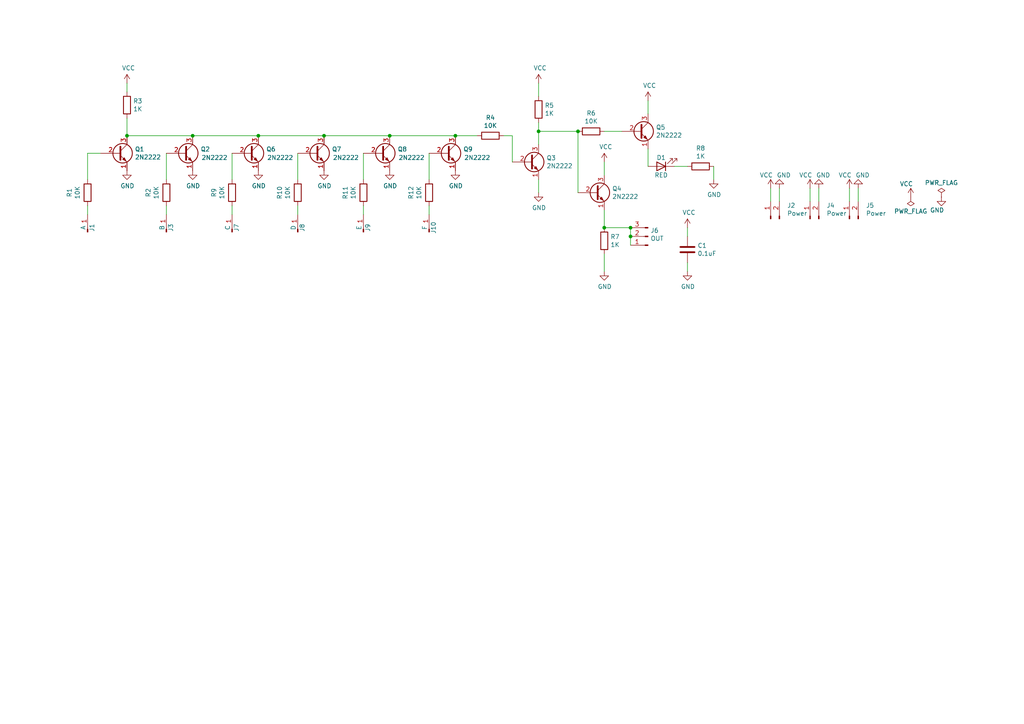
<source format=kicad_sch>
(kicad_sch (version 20230121) (generator eeschema)
  (paper "A4")
  (title_block (title "6-Input OR Gate") (date "2024-02-07") (rev "1"))
  (lib_symbols
    (symbol "2n2222:2N2222" (pin_names (offset 0) hide)
      (property "Reference" "Q" (at 5.08 1.905 0))
      (property "Value" "2N2222" (at 5.08 0 0))
      (symbol "2N2222_0_1"
        (polyline (pts (xy 0.635 0.635) (xy 2.54 2.54)))
        (polyline (pts (xy 0.635 -0.635) (xy 2.54 -2.54) (xy 2.54 -2.54)))
        (polyline (pts (xy 0.635 1.905) (xy 0.635 -1.905) (xy 0.635 -1.905)) (stroke (width 0.508)))
        (polyline (pts (xy 1.27 -1.778) (xy 1.778 -1.27) (xy 2.286 -2.286) (xy 1.27 -1.778) (xy 1.27 -1.778)) (fill (type outline)))
        (circle (center 1.27 0) (radius 2.8194) (stroke (width 0.254)))
      )
      (symbol "2N2222_1_1"
        (pin passive line (at 2.54 -5.08 90) (length 2.54) (name "E") (number "1"))
        (pin passive line (at -5.08 0 0) (length 5.715) (name "B") (number "2"))
        (pin passive line (at 2.54 5.08 270) (length 2.54) (name "C") (number "3"))
      )
    )
    (symbol "Connector:Conn_01x01_Pin" (pin_names (offset 1.016) hide)
      (property "Reference" "J" (at 0 2.54 0))
      (property "Value" "Conn_01x01_Pin" (at 0 -2.54 0))
      (symbol "Conn_01x01_Pin_1_1"
        (polyline (pts (xy 1.27 0) (xy 0.8636 0)) (stroke (width 0.1524)))
        (rectangle (start 0.8636 0.127) (end 0 -0.127) (stroke (width 0.1524)) (fill (type outline)))
        (pin passive line (at 5.08 0 180) (length 3.81) (name "Pin_1") (number "1"))
      )
    )
    (symbol "Connector:Conn_01x02_Pin" (pin_names (offset 1.016) hide)
      (property "Reference" "J" (at 0 2.54 0))
      (property "Value" "Conn_01x02_Pin" (at 0 -5.08 0))
      (symbol "Conn_01x02_Pin_1_1"
        (polyline (pts (xy 1.27 -2.54) (xy 0.8636 -2.54)) (stroke (width 0.1524)))
        (polyline (pts (xy 1.27 0) (xy 0.8636 0)) (stroke (width 0.1524)))
        (rectangle (start 0.8636 -2.413) (end 0 -2.667) (stroke (width 0.1524)) (fill (type outline)))
        (rectangle (start 0.8636 0.127) (end 0 -0.127) (stroke (width 0.1524)) (fill (type outline)))
        (pin passive line (at 5.08 0 180) (length 3.81) (name "Pin_1") (number "1"))
        (pin passive line (at 5.08 -2.54 180) (length 3.81) (name "Pin_2") (number "2"))
      )
    )
    (symbol "Connector:Conn_01x03_Pin" (pin_names (offset 1.016) hide)
      (property "Reference" "J" (at 0 5.08 0))
      (property "Value" "Conn_01x03_Pin" (at 0 -5.08 0))
      (symbol "Conn_01x03_Pin_1_1"
        (polyline (pts (xy 1.27 -2.54) (xy 0.8636 -2.54)) (stroke (width 0.1524)))
        (polyline (pts (xy 1.27 0) (xy 0.8636 0)) (stroke (width 0.1524)))
        (polyline (pts (xy 1.27 2.54) (xy 0.8636 2.54)) (stroke (width 0.1524)))
        (rectangle (start 0.8636 -2.413) (end 0 -2.667) (stroke (width 0.1524)) (fill (type outline)))
        (rectangle (start 0.8636 0.127) (end 0 -0.127) (stroke (width 0.1524)) (fill (type outline)))
        (rectangle (start 0.8636 2.667) (end 0 2.413) (stroke (width 0.1524)) (fill (type outline)))
        (pin passive line (at 5.08 2.54 180) (length 3.81) (name "Pin_1") (number "1"))
        (pin passive line (at 5.08 0 180) (length 3.81) (name "Pin_2") (number "2"))
        (pin passive line (at 5.08 -2.54 180) (length 3.81) (name "Pin_3") (number "3"))
      )
    )
    (symbol "Device:C" (pin_numbers hide) (pin_names (offset 0.254))
      (property "Reference" "C" (at 0.635 2.54 0))
      (property "Value" "C" (at 0.635 -2.54 0))
      (symbol "C_0_1"
        (polyline (pts (xy -2.032 -0.762) (xy 2.032 -0.762)) (stroke (width 0.508)))
        (polyline (pts (xy -2.032 0.762) (xy 2.032 0.762)) (stroke (width 0.508)))
      )
      (symbol "C_1_1"
        (pin passive line (at 0 3.81 270) (length 2.794) (name "~") (number "1"))
        (pin passive line (at 0 -3.81 90) (length 2.794) (name "~") (number "2"))
      )
    )
    (symbol "Device:LED" (pin_numbers hide) (pin_names (offset 1.016) hide)
      (property "Reference" "D" (at 0 2.54 0))
      (property "Value" "LED" (at 0 -2.54 0))
      (symbol "LED_0_1"
        (polyline (pts (xy -1.27 -1.27) (xy -1.27 1.27)) (stroke (width 0.254)))
        (polyline (pts (xy -1.27 0) (xy 1.27 0)))
        (polyline (pts (xy 1.27 -1.27) (xy 1.27 1.27) (xy -1.27 0) (xy 1.27 -1.27)) (stroke (width 0.254)))
        (polyline (pts (xy -3.048 -0.762) (xy -4.572 -2.286) (xy -3.81 -2.286) (xy -4.572 -2.286) (xy -4.572 -1.524)))
        (polyline (pts (xy -1.778 -0.762) (xy -3.302 -2.286) (xy -2.54 -2.286) (xy -3.302 -2.286) (xy -3.302 -1.524)))
      )
      (symbol "LED_1_1"
        (pin passive line (at -3.81 0 0) (length 2.54) (name "K") (number "1"))
        (pin passive line (at 3.81 0 180) (length 2.54) (name "A") (number "2"))
      )
    )
    (symbol "Device:R" (pin_numbers hide) (pin_names (offset 0))
      (property "Reference" "R" (at 2.032 0 90))
      (property "Value" "R" (at 0 0 90))
      (symbol "R_0_1"
        (rectangle (start -1.016 -2.54) (end 1.016 2.54) (stroke (width 0.254)))
      )
      (symbol "R_1_1"
        (pin passive line (at 0 3.81 270) (length 1.27) (name "~") (number "1"))
        (pin passive line (at 0 -3.81 90) (length 1.27) (name "~") (number "2"))
      )
    )
    (symbol "power:GND" (power) (pin_names (offset 0))
      (property "Value" "GND" (at 0 -3.81 0))
      (symbol "GND_0_1"
        (polyline (pts (xy 0 0) (xy 0 -1.27) (xy 1.27 -1.27) (xy 0 -2.54) (xy -1.27 -1.27) (xy 0 -1.27)))
      )
      (symbol "GND_1_1"
        (pin power_in line (at 0 0 270) (length 0) hide (name "GND") (number "1"))
      )
    )
    (symbol "power:PWR_FLAG" (power) (pin_numbers hide) (pin_names (offset 0) hide)
      (property "Value" "PWR_FLAG" (at 0 3.81 0))
      (symbol "PWR_FLAG_0_0"
        (pin power_out line (at 0 0 90) (length 0) (name "pwr") (number "1"))
      )
      (symbol "PWR_FLAG_0_1"
        (polyline (pts (xy 0 0) (xy 0 1.27) (xy -1.016 1.905) (xy 0 2.54) (xy 1.016 1.905) (xy 0 1.27)))
      )
    )
    (symbol "power:VCC" (power) (pin_names (offset 0))
      (property "Value" "VCC" (at 0 3.81 0))
      (symbol "VCC_0_1"
        (polyline (pts (xy -0.762 1.27) (xy 0 2.54)))
        (polyline (pts (xy 0 0) (xy 0 2.54)))
        (polyline (pts (xy 0 2.54) (xy 0.762 1.27)))
      )
      (symbol "VCC_1_1"
        (pin power_in line (at 0 0 90) (length 0) hide (name "VCC") (number "1"))
      )
    )
  )
  (junction (at 132.08 39.37))
  (junction (at 55.88 39.37))
  (junction (at 113.03 39.37))
  (junction (at 175.26 66.04))
  (junction (at 74.93 39.37))
  (junction (at 182.88 68.58))
  (junction (at 182.88 66.04))
  (junction (at 93.98 39.37))
  (junction (at 36.83 39.37))
  (junction (at 167.64 38.1))
  (junction (at 156.21 38.1))
  (wire (pts (xy 226.06 58.42) (xy 226.06 54.61)))
  (wire (pts (xy 146.05 39.37) (xy 148.59 39.37)))
  (wire (pts (xy 48.26 62.23) (xy 48.26 59.69)))
  (wire (pts (xy 124.46 62.23) (xy 124.46 59.69)))
  (wire (pts (xy 132.08 39.37) (xy 138.43 39.37)))
  (wire (pts (xy 175.26 50.8) (xy 175.26 46.99)))
  (wire (pts (xy 67.31 62.23) (xy 67.31 59.69)))
  (wire (pts (xy 187.96 33.02) (xy 187.96 29.21)))
  (wire (pts (xy 48.26 52.07) (xy 48.26 44.45)))
  (wire (pts (xy 148.59 39.37) (xy 148.59 46.99)))
  (wire (pts (xy 246.38 54.61) (xy 246.38 58.42)))
  (wire (pts (xy 199.39 76.2) (xy 199.39 78.74)))
  (wire (pts (xy 36.83 24.13) (xy 36.83 26.67)))
  (wire (pts (xy 93.98 39.37) (xy 113.03 39.37)))
  (wire (pts (xy 195.58 48.26) (xy 199.39 48.26)))
  (wire (pts (xy 187.96 43.18) (xy 187.96 48.26)))
  (wire (pts (xy 113.03 39.37) (xy 132.08 39.37)))
  (wire (pts (xy 74.93 39.37) (xy 93.98 39.37)))
  (wire (pts (xy 25.4 44.45) (xy 29.21 44.45)))
  (wire (pts (xy 36.83 34.29) (xy 36.83 39.37)))
  (wire (pts (xy 156.21 55.88) (xy 156.21 52.07)))
  (wire (pts (xy 223.52 58.42) (xy 223.52 54.61)))
  (wire (pts (xy 156.21 27.94) (xy 156.21 24.13)))
  (wire (pts (xy 175.26 38.1) (xy 180.34 38.1)))
  (wire (pts (xy 237.49 58.42) (xy 237.49 54.61)))
  (wire (pts (xy 67.31 52.07) (xy 67.31 44.45)))
  (wire (pts (xy 167.64 38.1) (xy 167.64 55.88)))
  (wire (pts (xy 167.64 38.1) (xy 156.21 38.1)))
  (wire (pts (xy 124.46 52.07) (xy 124.46 44.45)))
  (wire (pts (xy 182.88 66.04) (xy 182.88 68.58)))
  (wire (pts (xy 25.4 62.23) (xy 25.4 59.69)))
  (wire (pts (xy 105.41 52.07) (xy 105.41 44.45)))
  (wire (pts (xy 175.26 66.04) (xy 175.26 60.96)))
  (wire (pts (xy 36.83 39.37) (xy 55.88 39.37)))
  (wire (pts (xy 248.92 58.42) (xy 248.92 54.61)))
  (wire (pts (xy 234.95 54.61) (xy 234.95 58.42)))
  (wire (pts (xy 156.21 38.1) (xy 156.21 35.56)))
  (wire (pts (xy 55.88 39.37) (xy 74.93 39.37)))
  (wire (pts (xy 86.36 62.23) (xy 86.36 59.69)))
  (wire (pts (xy 86.36 52.07) (xy 86.36 44.45)))
  (wire (pts (xy 25.4 52.07) (xy 25.4 44.45)))
  (wire (pts (xy 175.26 78.74) (xy 175.26 73.66)))
  (wire (pts (xy 105.41 62.23) (xy 105.41 59.69)))
  (wire (pts (xy 175.26 66.04) (xy 182.88 66.04)))
  (wire (pts (xy 199.39 66.04) (xy 199.39 68.58)))
  (wire (pts (xy 207.01 48.26) (xy 207.01 52.07)))
  (wire (pts (xy 182.88 68.58) (xy 182.88 71.12)))
  (wire (pts (xy 156.21 41.91) (xy 156.21 38.1)))
  (symbol (lib_id "Connector:Conn_01x01_Pin") (at 124.46 67.31 90) (unit 1)
    (property "Reference" "J10" (at 125.73 66.04 0))
    (property "Value" "F" (at 123.19 66.04 0))
    (property "Footprint" "Connector_PinHeader_2.54mm:PinHeader_1x01_P2.54mm_Vertical" (effects hide))
  )
  (symbol (lib_id "2n2222:2N2222") (at 129.54 44.45 0) (unit 1)
    (property "Reference" "Q9" (at 134.366 43.2816 0) (effects (justify left)))
    (property "Value" "2N2222" (at 134.62 45.72 0) (effects (justify left)))
    (property "Footprint" "Package_TO_SOT_THT:TO-92_Inline" (effects hide))
    (property "Datasheet" "https://www.fairchildsemi.com/datasheets/2N/2N3904.pdf" (effects hide))
  )
  (symbol (lib_id "Connector:Conn_01x01_Pin") (at 67.31 67.31 90) (unit 1)
    (property "Reference" "J7" (at 68.58 66.04 0))
    (property "Value" "C" (at 66.04 66.04 0))
    (property "Footprint" "Connector_PinHeader_2.54mm:PinHeader_1x01_P2.54mm_Vertical" (effects hide))
  )
  (symbol (lib_id "2n2222:2N2222") (at 34.29 44.45 0) (unit 1)
    (property "Reference" "Q1" (at 39.116 43.2816 0) (effects (justify left)))
    (property "Value" "2N2222" (at 39.116 45.593 0) (effects (justify left)))
    (property "Footprint" "Package_TO_SOT_THT:TO-92_Inline" (effects hide))
    (property "Datasheet" "https://www.fairchildsemi.com/datasheets/2N/2N3904.pdf" (effects hide))
  )
  (symbol (lib_id "Device:R") (at 124.46 55.88 0) (unit 1)
    (property "Reference" "R12" (at 119.2022 55.88 90))
    (property "Value" "10K" (at 121.5136 55.88 90))
    (property "Footprint" "Resistor_THT:R_Axial_DIN0309_L9.0mm_D3.2mm_P12.70mm_Horizontal" (effects hide))
  )
  (symbol (lib_id "Device:R") (at 203.2 48.26 270) (unit 1)
    (property "Reference" "R8" (at 203.2 43.0022 90))
    (property "Value" "1K" (at 203.2 45.3136 90))
    (property "Footprint" "Resistor_THT:R_Axial_DIN0309_L9.0mm_D3.2mm_P12.70mm_Horizontal" (effects hide))
  )
  (symbol (lib_id "power:GND") (at 273.05 57.15 0) (unit 1)
    (property "Reference" "#PWR010" (effects hide))
    (property "Value" "GND" (at 271.78 60.96 0))
  )
  (symbol (lib_id "Connector:Conn_01x01_Pin") (at 48.26 67.31 90) (unit 1)
    (property "Reference" "J3" (at 49.53 66.04 0))
    (property "Value" "B" (at 46.99 66.04 0))
    (property "Footprint" "Connector_PinHeader_2.54mm:PinHeader_1x01_P2.54mm_Vertical" (effects hide))
  )
  (symbol (lib_id "power:GND") (at 93.98 49.53 0) (unit 1)
    (property "Reference" "#PWR020" (effects hide))
    (property "Value" "GND" (at 94.107 53.9242 0))
  )
  (symbol (lib_id "power:VCC") (at 199.39 66.04 0) (unit 1)
    (property "Reference" "#PWR016" (effects hide))
    (property "Value" "VCC" (at 199.8218 61.6458 0))
  )
  (symbol (lib_id "power:VCC") (at 223.52 54.61 0) (unit 1)
    (property "Reference" "#PWR01" (effects hide))
    (property "Value" "VCC" (at 222.25 50.8 0))
  )
  (symbol (lib_id "2n2222:2N2222") (at 53.34 44.45 0) (unit 1)
    (property "Reference" "Q2" (at 58.166 43.2816 0) (effects (justify left)))
    (property "Value" "2N2222" (at 58.42 45.72 0) (effects (justify left)))
    (property "Footprint" "Package_TO_SOT_THT:TO-92_Inline" (effects hide))
    (property "Datasheet" "https://www.fairchildsemi.com/datasheets/2N/2N3904.pdf" (effects hide))
  )
  (symbol (lib_id "power:GND") (at 132.08 49.53 0) (unit 1)
    (property "Reference" "#PWR08" (effects hide))
    (property "Value" "GND" (at 132.207 53.9242 0))
  )
  (symbol (lib_id "power:GND") (at 207.01 52.07 0) (unit 1)
    (property "Reference" "#PWR018" (effects hide))
    (property "Value" "GND" (at 207.137 56.4642 0))
  )
  (symbol (lib_id "Connector:Conn_01x01_Pin") (at 86.36 67.31 90) (unit 1)
    (property "Reference" "J8" (at 87.63 66.04 0))
    (property "Value" "D" (at 85.09 66.04 0))
    (property "Footprint" "Connector_PinHeader_2.54mm:PinHeader_1x01_P2.54mm_Vertical" (effects hide))
  )
  (symbol (lib_id "Connector:Conn_01x02_Pin") (at 234.95 63.5 90) (unit 1)
    (property "Reference" "J4" (at 239.7252 59.5884 90) (effects (justify right)))
    (property "Value" "Power" (at 239.7252 61.8998 90) (effects (justify right)))
    (property "Footprint" "Connector_PinHeader_2.54mm:PinHeader_1x02_P2.54mm_Vertical" (effects hide))
  )
  (symbol (lib_id "Connector:Conn_01x01_Pin") (at 105.41 67.31 90) (unit 1)
    (property "Reference" "J9" (at 106.68 66.04 0))
    (property "Value" "E" (at 104.14 66.04 0))
    (property "Footprint" "Connector_PinHeader_2.54mm:PinHeader_1x01_P2.54mm_Vertical" (effects hide))
  )
  (symbol (lib_id "power:VCC") (at 187.96 29.21 0) (unit 1)
    (property "Reference" "#PWR015" (effects hide))
    (property "Value" "VCC" (at 188.3918 24.8158 0))
  )
  (symbol (lib_id "power:VCC") (at 36.83 24.13 0) (unit 1)
    (property "Reference" "#PWR07" (effects hide))
    (property "Value" "VCC" (at 37.2618 19.7358 0))
  )
  (symbol (lib_id "Connector:Conn_01x02_Pin") (at 223.52 63.5 90) (unit 1)
    (property "Reference" "J2" (at 228.2952 59.5884 90) (effects (justify right)))
    (property "Value" "Power" (at 228.2952 61.8998 90) (effects (justify right)))
    (property "Footprint" "Connector_PinHeader_2.54mm:PinHeader_1x02_P2.54mm_Vertical" (effects hide))
  )
  (symbol (lib_id "Device:R") (at 36.83 30.48 0) (unit 1)
    (property "Reference" "R3" (at 38.608 29.3116 0) (effects (justify left)))
    (property "Value" "1K" (at 38.608 31.623 0) (effects (justify left)))
    (property "Footprint" "Resistor_THT:R_Axial_DIN0309_L9.0mm_D3.2mm_P12.70mm_Horizontal" (effects hide))
  )
  (symbol (lib_id "power:GND") (at 36.83 49.53 0) (unit 1)
    (property "Reference" "#PWR023" (effects hide))
    (property "Value" "GND" (at 36.957 53.9242 0))
  )
  (symbol (lib_id "power:GND") (at 55.88 49.53 0) (unit 1)
    (property "Reference" "#PWR022" (effects hide))
    (property "Value" "GND" (at 56.007 53.9242 0))
  )
  (symbol (lib_id "power:VCC") (at 246.38 54.61 0) (unit 1)
    (property "Reference" "#PWR05" (effects hide))
    (property "Value" "VCC" (at 245.11 50.8 0))
  )
  (symbol (lib_id "power:GND") (at 175.26 78.74 0) (unit 1)
    (property "Reference" "#PWR014" (effects hide))
    (property "Value" "GND" (at 175.387 83.1342 0))
  )
  (symbol (lib_id "power:VCC") (at 264.16 57.15 0) (unit 1)
    (property "Reference" "#PWR09" (effects hide))
    (property "Value" "VCC" (at 262.89 53.34 0))
  )
  (symbol (lib_id "Device:R") (at 142.24 39.37 270) (unit 1)
    (property "Reference" "R4" (at 142.24 34.1122 90))
    (property "Value" "10K" (at 142.24 36.4236 90))
    (property "Footprint" "Resistor_THT:R_Axial_DIN0309_L9.0mm_D3.2mm_P12.70mm_Horizontal" (effects hide))
  )
  (symbol (lib_id "power:VCC") (at 175.26 46.99 0) (unit 1)
    (property "Reference" "#PWR013" (effects hide))
    (property "Value" "VCC" (at 175.6918 42.5958 0))
  )
  (symbol (lib_id "power:GND") (at 226.06 54.61 180) (unit 1)
    (property "Reference" "#PWR02" (effects hide))
    (property "Value" "GND" (at 227.33 50.8 0))
  )
  (symbol (lib_id "Connector:Conn_01x03_Pin") (at 187.96 68.58 180) (unit 1)
    (property "Reference" "J6" (at 188.6712 66.8528 0) (effects (justify right)))
    (property "Value" "OUT" (at 188.6712 69.1642 0) (effects (justify right)))
    (property "Footprint" "Connector_PinHeader_2.54mm:PinHeader_1x03_P2.54mm_Vertical" (effects hide))
  )
  (symbol (lib_id "Device:R") (at 86.36 55.88 0) (unit 1)
    (property "Reference" "R10" (at 81.1022 55.88 90))
    (property "Value" "10K" (at 83.4136 55.88 90))
    (property "Footprint" "Resistor_THT:R_Axial_DIN0309_L9.0mm_D3.2mm_P12.70mm_Horizontal" (effects hide))
  )
  (symbol (lib_id "power:PWR_FLAG") (at 273.05 57.15 0) (unit 1)
    (property "Reference" "#FLG02" (effects hide))
    (property "Value" "PWR_FLAG" (at 273.05 53.0169 0))
  )
  (symbol (lib_id "power:GND") (at 74.93 49.53 0) (unit 1)
    (property "Reference" "#PWR021" (effects hide))
    (property "Value" "GND" (at 75.057 53.9242 0))
  )
  (symbol (lib_id "Device:R") (at 48.26 55.88 0) (unit 1)
    (property "Reference" "R2" (at 43.0022 55.88 90))
    (property "Value" "10K" (at 45.3136 55.88 90))
    (property "Footprint" "Resistor_THT:R_Axial_DIN0309_L9.0mm_D3.2mm_P12.70mm_Horizontal" (effects hide))
  )
  (symbol (lib_id "2n2222:2N2222") (at 185.42 38.1 0) (unit 1)
    (property "Reference" "Q5" (at 190.246 36.9316 0) (effects (justify left)))
    (property "Value" "2N2222" (at 190.246 39.243 0) (effects (justify left)))
    (property "Footprint" "Package_TO_SOT_THT:TO-92_Inline" (effects hide))
    (property "Datasheet" "https://www.fairchildsemi.com/datasheets/2N/2N3904.pdf" (effects hide))
  )
  (symbol (lib_id "power:VCC") (at 234.95 54.61 0) (unit 1)
    (property "Reference" "#PWR03" (effects hide))
    (property "Value" "VCC" (at 233.68 50.8 0))
  )
  (symbol (lib_id "power:GND") (at 199.39 78.74 0) (unit 1)
    (property "Reference" "#PWR017" (effects hide))
    (property "Value" "GND" (at 199.517 83.1342 0))
  )
  (symbol (lib_id "Connector:Conn_01x01_Pin") (at 25.4 67.31 90) (unit 1)
    (property "Reference" "J1" (at 26.67 66.04 0))
    (property "Value" "A" (at 24.13 66.04 0))
    (property "Footprint" "Connector_PinHeader_2.54mm:PinHeader_1x01_P2.54mm_Vertical" (effects hide))
  )
  (symbol (lib_id "2n2222:2N2222") (at 72.39 44.45 0) (unit 1)
    (property "Reference" "Q6" (at 77.216 43.2816 0) (effects (justify left)))
    (property "Value" "2N2222" (at 77.47 45.72 0) (effects (justify left)))
    (property "Footprint" "Package_TO_SOT_THT:TO-92_Inline" (effects hide))
    (property "Datasheet" "https://www.fairchildsemi.com/datasheets/2N/2N3904.pdf" (effects hide))
  )
  (symbol (lib_id "power:GND") (at 113.03 49.53 0) (unit 1)
    (property "Reference" "#PWR019" (effects hide))
    (property "Value" "GND" (at 113.157 53.9242 0))
  )
  (symbol (lib_id "power:GND") (at 237.49 54.61 180) (unit 1)
    (property "Reference" "#PWR04" (effects hide))
    (property "Value" "GND" (at 238.76 50.8 0))
  )
  (symbol (lib_id "power:GND") (at 248.92 54.61 180) (unit 1)
    (property "Reference" "#PWR06" (effects hide))
    (property "Value" "GND" (at 250.19 50.8 0))
  )
  (symbol (lib_id "Device:LED") (at 191.77 48.26 180) (unit 1)
    (property "Reference" "D1" (at 191.77 45.72 0))
    (property "Value" "RED" (at 191.77 50.8 0))
    (property "Footprint" "LED_THT:LED_D5.0mm" (effects hide))
  )
  (symbol (lib_id "2n2222:2N2222") (at 153.67 46.99 0) (unit 1)
    (property "Reference" "Q3" (at 158.496 45.8216 0) (effects (justify left)))
    (property "Value" "2N2222" (at 158.496 48.133 0) (effects (justify left)))
    (property "Footprint" "Package_TO_SOT_THT:TO-92_Inline" (effects hide))
    (property "Datasheet" "https://www.fairchildsemi.com/datasheets/2N/2N3904.pdf" (effects hide))
  )
  (symbol (lib_id "power:GND") (at 156.21 55.88 0) (unit 1)
    (property "Reference" "#PWR012" (effects hide))
    (property "Value" "GND" (at 156.337 60.2742 0))
  )
  (symbol (lib_id "Device:R") (at 156.21 31.75 0) (unit 1)
    (property "Reference" "R5" (at 157.988 30.5816 0) (effects (justify left)))
    (property "Value" "1K" (at 157.988 32.893 0) (effects (justify left)))
    (property "Footprint" "Resistor_THT:R_Axial_DIN0309_L9.0mm_D3.2mm_P12.70mm_Horizontal" (effects hide))
  )
  (symbol (lib_id "Connector:Conn_01x02_Pin") (at 246.38 63.5 90) (unit 1)
    (property "Reference" "J5" (at 251.1552 59.5884 90) (effects (justify right)))
    (property "Value" "Power" (at 251.1552 61.8998 90) (effects (justify right)))
    (property "Footprint" "Connector_PinHeader_2.54mm:PinHeader_1x02_P2.54mm_Vertical" (effects hide))
  )
  (symbol (lib_id "Device:C") (at 199.39 72.39 0) (unit 1)
    (property "Reference" "C1" (at 202.311 71.2216 0) (effects (justify left)))
    (property "Value" "0.1uF" (at 202.311 73.533 0) (effects (justify left)))
    (property "Footprint" "Capacitor_THT:C_Disc_D4.3mm_W1.9mm_P5.00mm" (effects hide))
  )
  (symbol (lib_id "power:VCC") (at 156.21 24.13 0) (unit 1)
    (property "Reference" "#PWR011" (effects hide))
    (property "Value" "VCC" (at 156.6418 19.7358 0))
  )
  (symbol (lib_id "2n2222:2N2222") (at 91.44 44.45 0) (unit 1)
    (property "Reference" "Q7" (at 96.266 43.2816 0) (effects (justify left)))
    (property "Value" "2N2222" (at 96.52 45.72 0) (effects (justify left)))
    (property "Footprint" "Package_TO_SOT_THT:TO-92_Inline" (effects hide))
    (property "Datasheet" "https://www.fairchildsemi.com/datasheets/2N/2N3904.pdf" (effects hide))
  )
  (symbol (lib_id "power:PWR_FLAG") (at 264.16 57.15 180) (unit 1)
    (property "Reference" "#FLG01" (effects hide))
    (property "Value" "PWR_FLAG" (at 264.16 61.2831 0))
  )
  (symbol (lib_id "2n2222:2N2222") (at 110.49 44.45 0) (unit 1)
    (property "Reference" "Q8" (at 115.316 43.2816 0) (effects (justify left)))
    (property "Value" "2N2222" (at 115.57 45.72 0) (effects (justify left)))
    (property "Footprint" "Package_TO_SOT_THT:TO-92_Inline" (effects hide))
    (property "Datasheet" "https://www.fairchildsemi.com/datasheets/2N/2N3904.pdf" (effects hide))
  )
  (symbol (lib_id "Device:R") (at 175.26 69.85 0) (unit 1)
    (property "Reference" "R7" (at 177.038 68.6816 0) (effects (justify left)))
    (property "Value" "1K" (at 177.038 70.993 0) (effects (justify left)))
    (property "Footprint" "Resistor_THT:R_Axial_DIN0309_L9.0mm_D3.2mm_P12.70mm_Horizontal" (effects hide))
  )
  (symbol (lib_id "Device:R") (at 171.45 38.1 270) (unit 1)
    (property "Reference" "R6" (at 171.45 32.8422 90))
    (property "Value" "10K" (at 171.45 35.1536 90))
    (property "Footprint" "Resistor_THT:R_Axial_DIN0309_L9.0mm_D3.2mm_P12.70mm_Horizontal" (effects hide))
  )
  (symbol (lib_id "Device:R") (at 25.4 55.88 0) (unit 1)
    (property "Reference" "R1" (at 20.1422 55.88 90))
    (property "Value" "10K" (at 22.4536 55.88 90))
    (property "Footprint" "Resistor_THT:R_Axial_DIN0309_L9.0mm_D3.2mm_P12.70mm_Horizontal" (effects hide))
  )
  (symbol (lib_id "Device:R") (at 67.31 55.88 0) (unit 1)
    (property "Reference" "R9" (at 62.0522 55.88 90))
    (property "Value" "10K" (at 64.3636 55.88 90))
    (property "Footprint" "Resistor_THT:R_Axial_DIN0309_L9.0mm_D3.2mm_P12.70mm_Horizontal" (effects hide))
  )
  (symbol (lib_id "2n2222:2N2222") (at 172.72 55.88 0) (unit 1)
    (property "Reference" "Q4" (at 177.546 54.7116 0) (effects (justify left)))
    (property "Value" "2N2222" (at 177.546 57.023 0) (effects (justify left)))
    (property "Footprint" "Package_TO_SOT_THT:TO-92_Inline" (effects hide))
    (property "Datasheet" "https://www.fairchildsemi.com/datasheets/2N/2N3904.pdf" (effects hide))
  )
  (symbol (lib_id "Device:R") (at 105.41 55.88 0) (unit 1)
    (property "Reference" "R11" (at 100.1522 55.88 90))
    (property "Value" "10K" (at 102.4636 55.88 90))
    (property "Footprint" "Resistor_THT:R_Axial_DIN0309_L9.0mm_D3.2mm_P12.70mm_Horizontal" (effects hide))
  )
)
</source>
